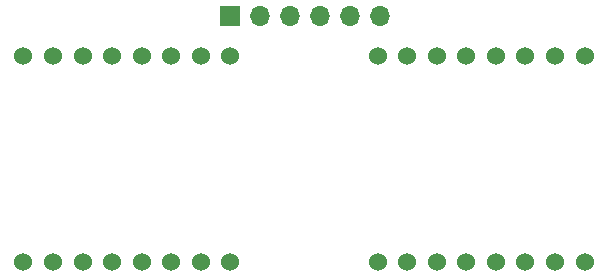
<source format=gbr>
%TF.GenerationSoftware,KiCad,Pcbnew,(6.0.9)*%
%TF.CreationDate,2023-04-12T13:33:38+10:00*%
%TF.ProjectId,VisorPlate2.0,5669736f-7250-46c6-9174-65322e302e6b,rev?*%
%TF.SameCoordinates,Original*%
%TF.FileFunction,Soldermask,Top*%
%TF.FilePolarity,Negative*%
%FSLAX46Y46*%
G04 Gerber Fmt 4.6, Leading zero omitted, Abs format (unit mm)*
G04 Created by KiCad (PCBNEW (6.0.9)) date 2023-04-12 13:33:38*
%MOMM*%
%LPD*%
G01*
G04 APERTURE LIST*
%ADD10C,1.524000*%
%ADD11R,1.700000X1.700000*%
%ADD12O,1.700000X1.700000*%
G04 APERTURE END LIST*
D10*
%TO.C,U2*%
X123710000Y-61310000D03*
X121210000Y-61310000D03*
X118710000Y-61310000D03*
X116210000Y-61310000D03*
X113710000Y-61310000D03*
X111210000Y-61310000D03*
X108710000Y-61310000D03*
X106210000Y-61310000D03*
X106210000Y-78810000D03*
X108710000Y-78810000D03*
X111210000Y-78810000D03*
X113710000Y-78810000D03*
X116210000Y-78810000D03*
X118710000Y-78810000D03*
X121210000Y-78810000D03*
X123710000Y-78810000D03*
%TD*%
%TO.C,U4*%
X153710000Y-61310000D03*
X151210000Y-61310000D03*
X148710000Y-61310000D03*
X146210000Y-61310000D03*
X143710000Y-61310000D03*
X141210000Y-61310000D03*
X138710000Y-61310000D03*
X136210000Y-61310000D03*
X136210000Y-78810000D03*
X138710000Y-78810000D03*
X141210000Y-78810000D03*
X143710000Y-78810000D03*
X146210000Y-78810000D03*
X148710000Y-78810000D03*
X151210000Y-78810000D03*
X153710000Y-78810000D03*
%TD*%
D11*
%TO.C,J1*%
X123675000Y-57975000D03*
D12*
X126215000Y-57975000D03*
X128755000Y-57975000D03*
X131295000Y-57975000D03*
X133835000Y-57975000D03*
X136375000Y-57975000D03*
%TD*%
M02*

</source>
